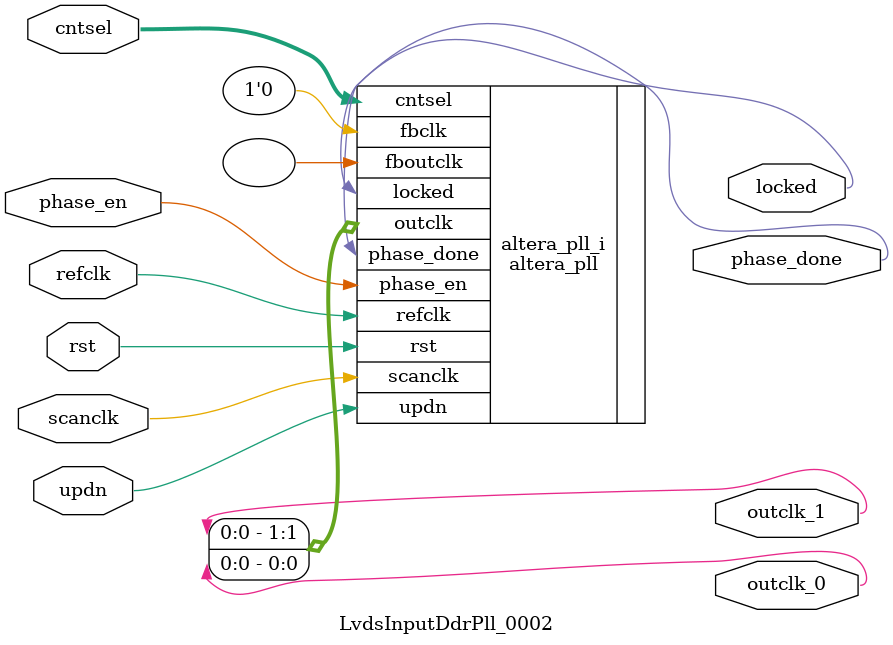
<source format=v>
`timescale 1ns/10ps
module  LvdsInputDdrPll_0002(

	// interface 'refclk'
	input wire refclk,

	// interface 'reset'
	input wire rst,

	// interface 'outclk0'
	output wire outclk_0,

	// interface 'outclk1'
	output wire outclk_1,

	// interface 'locked'
	output wire locked,

	// interface 'phase_en'
	input wire phase_en,

	// interface 'scanclk'
	input wire scanclk,

	// interface 'updn'
	input wire updn,

	// interface 'cntsel'
	input wire [4:0] cntsel,

	// interface 'phase_done'
	output wire phase_done
);

	altera_pll #(
		.fractional_vco_multiplier("false"),
		.reference_clock_frequency("74.25 MHz"),
		.pll_fractional_cout(32),
		.pll_dsm_out_sel("1st_order"),
		.operation_mode("direct"),
		.number_of_clocks(2),
		.output_clock_frequency0("259.875000 MHz"),
		.phase_shift0("0 ps"),
		.duty_cycle0(50),
		.output_clock_frequency1("74.250000 MHz"),
		.phase_shift1("0 ps"),
		.duty_cycle1(50),
		.output_clock_frequency2("0 MHz"),
		.phase_shift2("0 ps"),
		.duty_cycle2(50),
		.output_clock_frequency3("0 MHz"),
		.phase_shift3("0 ps"),
		.duty_cycle3(50),
		.output_clock_frequency4("0 MHz"),
		.phase_shift4("0 ps"),
		.duty_cycle4(50),
		.output_clock_frequency5("0 MHz"),
		.phase_shift5("0 ps"),
		.duty_cycle5(50),
		.output_clock_frequency6("0 MHz"),
		.phase_shift6("0 ps"),
		.duty_cycle6(50),
		.output_clock_frequency7("0 MHz"),
		.phase_shift7("0 ps"),
		.duty_cycle7(50),
		.output_clock_frequency8("0 MHz"),
		.phase_shift8("0 ps"),
		.duty_cycle8(50),
		.output_clock_frequency9("0 MHz"),
		.phase_shift9("0 ps"),
		.duty_cycle9(50),
		.output_clock_frequency10("0 MHz"),
		.phase_shift10("0 ps"),
		.duty_cycle10(50),
		.output_clock_frequency11("0 MHz"),
		.phase_shift11("0 ps"),
		.duty_cycle11(50),
		.output_clock_frequency12("0 MHz"),
		.phase_shift12("0 ps"),
		.duty_cycle12(50),
		.output_clock_frequency13("0 MHz"),
		.phase_shift13("0 ps"),
		.duty_cycle13(50),
		.output_clock_frequency14("0 MHz"),
		.phase_shift14("0 ps"),
		.duty_cycle14(50),
		.output_clock_frequency15("0 MHz"),
		.phase_shift15("0 ps"),
		.duty_cycle15(50),
		.output_clock_frequency16("0 MHz"),
		.phase_shift16("0 ps"),
		.duty_cycle16(50),
		.output_clock_frequency17("0 MHz"),
		.phase_shift17("0 ps"),
		.duty_cycle17(50),
		.pll_type("Cyclone V"),
		.pll_subtype("DPS"),
		.m_cnt_hi_div(4),
		.m_cnt_lo_div(3),
		.n_cnt_hi_div(256),
		.n_cnt_lo_div(256),
		.m_cnt_bypass_en("false"),
		.n_cnt_bypass_en("true"),
		.m_cnt_odd_div_duty_en("true"),
		.n_cnt_odd_div_duty_en("false"),
		.c_cnt_hi_div0(1),
		.c_cnt_lo_div0(1),
		.c_cnt_prst0(1),
		.c_cnt_ph_mux_prst0(0),
		.c_cnt_in_src0("ph_mux_clk"),
		.c_cnt_bypass_en0("false"),
		.c_cnt_odd_div_duty_en0("false"),
		.c_cnt_hi_div1(4),
		.c_cnt_lo_div1(3),
		.c_cnt_prst1(1),
		.c_cnt_ph_mux_prst1(0),
		.c_cnt_in_src1("ph_mux_clk"),
		.c_cnt_bypass_en1("false"),
		.c_cnt_odd_div_duty_en1("true"),
		.c_cnt_hi_div2(1),
		.c_cnt_lo_div2(1),
		.c_cnt_prst2(1),
		.c_cnt_ph_mux_prst2(0),
		.c_cnt_in_src2("ph_mux_clk"),
		.c_cnt_bypass_en2("true"),
		.c_cnt_odd_div_duty_en2("false"),
		.c_cnt_hi_div3(1),
		.c_cnt_lo_div3(1),
		.c_cnt_prst3(1),
		.c_cnt_ph_mux_prst3(0),
		.c_cnt_in_src3("ph_mux_clk"),
		.c_cnt_bypass_en3("true"),
		.c_cnt_odd_div_duty_en3("false"),
		.c_cnt_hi_div4(1),
		.c_cnt_lo_div4(1),
		.c_cnt_prst4(1),
		.c_cnt_ph_mux_prst4(0),
		.c_cnt_in_src4("ph_mux_clk"),
		.c_cnt_bypass_en4("true"),
		.c_cnt_odd_div_duty_en4("false"),
		.c_cnt_hi_div5(1),
		.c_cnt_lo_div5(1),
		.c_cnt_prst5(1),
		.c_cnt_ph_mux_prst5(0),
		.c_cnt_in_src5("ph_mux_clk"),
		.c_cnt_bypass_en5("true"),
		.c_cnt_odd_div_duty_en5("false"),
		.c_cnt_hi_div6(1),
		.c_cnt_lo_div6(1),
		.c_cnt_prst6(1),
		.c_cnt_ph_mux_prst6(0),
		.c_cnt_in_src6("ph_mux_clk"),
		.c_cnt_bypass_en6("true"),
		.c_cnt_odd_div_duty_en6("false"),
		.c_cnt_hi_div7(1),
		.c_cnt_lo_div7(1),
		.c_cnt_prst7(1),
		.c_cnt_ph_mux_prst7(0),
		.c_cnt_in_src7("ph_mux_clk"),
		.c_cnt_bypass_en7("true"),
		.c_cnt_odd_div_duty_en7("false"),
		.c_cnt_hi_div8(1),
		.c_cnt_lo_div8(1),
		.c_cnt_prst8(1),
		.c_cnt_ph_mux_prst8(0),
		.c_cnt_in_src8("ph_mux_clk"),
		.c_cnt_bypass_en8("true"),
		.c_cnt_odd_div_duty_en8("false"),
		.c_cnt_hi_div9(1),
		.c_cnt_lo_div9(1),
		.c_cnt_prst9(1),
		.c_cnt_ph_mux_prst9(0),
		.c_cnt_in_src9("ph_mux_clk"),
		.c_cnt_bypass_en9("true"),
		.c_cnt_odd_div_duty_en9("false"),
		.c_cnt_hi_div10(1),
		.c_cnt_lo_div10(1),
		.c_cnt_prst10(1),
		.c_cnt_ph_mux_prst10(0),
		.c_cnt_in_src10("ph_mux_clk"),
		.c_cnt_bypass_en10("true"),
		.c_cnt_odd_div_duty_en10("false"),
		.c_cnt_hi_div11(1),
		.c_cnt_lo_div11(1),
		.c_cnt_prst11(1),
		.c_cnt_ph_mux_prst11(0),
		.c_cnt_in_src11("ph_mux_clk"),
		.c_cnt_bypass_en11("true"),
		.c_cnt_odd_div_duty_en11("false"),
		.c_cnt_hi_div12(1),
		.c_cnt_lo_div12(1),
		.c_cnt_prst12(1),
		.c_cnt_ph_mux_prst12(0),
		.c_cnt_in_src12("ph_mux_clk"),
		.c_cnt_bypass_en12("true"),
		.c_cnt_odd_div_duty_en12("false"),
		.c_cnt_hi_div13(1),
		.c_cnt_lo_div13(1),
		.c_cnt_prst13(1),
		.c_cnt_ph_mux_prst13(0),
		.c_cnt_in_src13("ph_mux_clk"),
		.c_cnt_bypass_en13("true"),
		.c_cnt_odd_div_duty_en13("false"),
		.c_cnt_hi_div14(1),
		.c_cnt_lo_div14(1),
		.c_cnt_prst14(1),
		.c_cnt_ph_mux_prst14(0),
		.c_cnt_in_src14("ph_mux_clk"),
		.c_cnt_bypass_en14("true"),
		.c_cnt_odd_div_duty_en14("false"),
		.c_cnt_hi_div15(1),
		.c_cnt_lo_div15(1),
		.c_cnt_prst15(1),
		.c_cnt_ph_mux_prst15(0),
		.c_cnt_in_src15("ph_mux_clk"),
		.c_cnt_bypass_en15("true"),
		.c_cnt_odd_div_duty_en15("false"),
		.c_cnt_hi_div16(1),
		.c_cnt_lo_div16(1),
		.c_cnt_prst16(1),
		.c_cnt_ph_mux_prst16(0),
		.c_cnt_in_src16("ph_mux_clk"),
		.c_cnt_bypass_en16("true"),
		.c_cnt_odd_div_duty_en16("false"),
		.c_cnt_hi_div17(1),
		.c_cnt_lo_div17(1),
		.c_cnt_prst17(1),
		.c_cnt_ph_mux_prst17(0),
		.c_cnt_in_src17("ph_mux_clk"),
		.c_cnt_bypass_en17("true"),
		.c_cnt_odd_div_duty_en17("false"),
		.pll_vco_div(2),
		.pll_cp_current(20),
		.pll_bwctrl(2000),
		.pll_output_clk_frequency("519.75 MHz"),
		.pll_fractional_division("1"),
		.mimic_fbclk_type("none"),
		.pll_fbclk_mux_1("glb"),
		.pll_fbclk_mux_2("m_cnt"),
		.pll_m_cnt_in_src("ph_mux_clk"),
		.pll_slf_rst("false")
	) altera_pll_i (
		.rst	(rst),
		.cntsel	(cntsel),
		.outclk	({outclk_1, outclk_0}),
		.locked	(locked),
		.phase_done	(phase_done),
		.fboutclk	( ),
		.fbclk	(1'b0),
		.refclk	(refclk),
		.phase_en	(phase_en),
		.scanclk	(scanclk),
		.updn	(updn)
	);
endmodule


</source>
